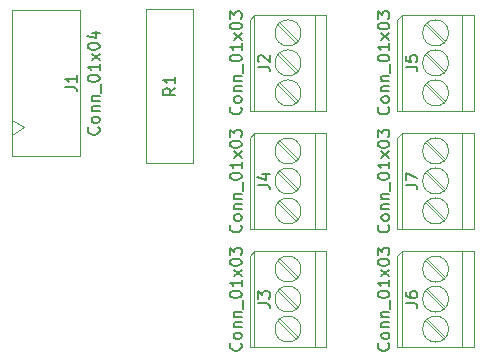
<source format=gbr>
%TF.GenerationSoftware,KiCad,Pcbnew,5.1.10-88a1d61d58~90~ubuntu20.04.1*%
%TF.CreationDate,2021-07-30T18:16:54+01:00*%
%TF.ProjectId,temp_breakout,74656d70-5f62-4726-9561-6b6f75742e6b,rev?*%
%TF.SameCoordinates,Original*%
%TF.FileFunction,Other,Fab,Top*%
%FSLAX46Y46*%
G04 Gerber Fmt 4.6, Leading zero omitted, Abs format (unit mm)*
G04 Created by KiCad (PCBNEW 5.1.10-88a1d61d58~90~ubuntu20.04.1) date 2021-07-30 18:16:54*
%MOMM*%
%LPD*%
G01*
G04 APERTURE LIST*
%ADD10C,0.100000*%
%ADD11C,0.150000*%
G04 APERTURE END LIST*
D10*
%TO.C,J5*%
X150835000Y-98281000D02*
X149300000Y-96746000D01*
X150700000Y-98415000D02*
X149165000Y-96880000D01*
X150835000Y-95741000D02*
X149300000Y-94206000D01*
X150700000Y-95875000D02*
X149165000Y-94340000D01*
X150835000Y-93201000D02*
X149300000Y-91665000D01*
X150700000Y-93335000D02*
X149165000Y-91799000D01*
X152250000Y-91000000D02*
X152250000Y-99080000D01*
X147150000Y-91000000D02*
X147150000Y-99080000D01*
X147150000Y-91000000D02*
X153250000Y-91000000D01*
X146750000Y-91400000D02*
X147150000Y-91000000D01*
X146750000Y-99080000D02*
X146750000Y-91400000D01*
X153250000Y-99080000D02*
X146750000Y-99080000D01*
X153250000Y-91000000D02*
X153250000Y-99080000D01*
X151100000Y-97580000D02*
G75*
G03*
X151100000Y-97580000I-1100000J0D01*
G01*
X151100000Y-95040000D02*
G75*
G03*
X151100000Y-95040000I-1100000J0D01*
G01*
X151100000Y-92500000D02*
G75*
G03*
X151100000Y-92500000I-1100000J0D01*
G01*
%TO.C,J7*%
X150835000Y-108281000D02*
X149300000Y-106746000D01*
X150700000Y-108415000D02*
X149165000Y-106880000D01*
X150835000Y-105741000D02*
X149300000Y-104206000D01*
X150700000Y-105875000D02*
X149165000Y-104340000D01*
X150835000Y-103201000D02*
X149300000Y-101665000D01*
X150700000Y-103335000D02*
X149165000Y-101799000D01*
X152250000Y-101000000D02*
X152250000Y-109080000D01*
X147150000Y-101000000D02*
X147150000Y-109080000D01*
X147150000Y-101000000D02*
X153250000Y-101000000D01*
X146750000Y-101400000D02*
X147150000Y-101000000D01*
X146750000Y-109080000D02*
X146750000Y-101400000D01*
X153250000Y-109080000D02*
X146750000Y-109080000D01*
X153250000Y-101000000D02*
X153250000Y-109080000D01*
X151100000Y-107580000D02*
G75*
G03*
X151100000Y-107580000I-1100000J0D01*
G01*
X151100000Y-105040000D02*
G75*
G03*
X151100000Y-105040000I-1100000J0D01*
G01*
X151100000Y-102500000D02*
G75*
G03*
X151100000Y-102500000I-1100000J0D01*
G01*
%TO.C,J6*%
X150835000Y-118281000D02*
X149300000Y-116746000D01*
X150700000Y-118415000D02*
X149165000Y-116880000D01*
X150835000Y-115741000D02*
X149300000Y-114206000D01*
X150700000Y-115875000D02*
X149165000Y-114340000D01*
X150835000Y-113201000D02*
X149300000Y-111665000D01*
X150700000Y-113335000D02*
X149165000Y-111799000D01*
X152250000Y-111000000D02*
X152250000Y-119080000D01*
X147150000Y-111000000D02*
X147150000Y-119080000D01*
X147150000Y-111000000D02*
X153250000Y-111000000D01*
X146750000Y-111400000D02*
X147150000Y-111000000D01*
X146750000Y-119080000D02*
X146750000Y-111400000D01*
X153250000Y-119080000D02*
X146750000Y-119080000D01*
X153250000Y-111000000D02*
X153250000Y-119080000D01*
X151100000Y-117580000D02*
G75*
G03*
X151100000Y-117580000I-1100000J0D01*
G01*
X151100000Y-115040000D02*
G75*
G03*
X151100000Y-115040000I-1100000J0D01*
G01*
X151100000Y-112500000D02*
G75*
G03*
X151100000Y-112500000I-1100000J0D01*
G01*
%TO.C,J3*%
X138335000Y-118281000D02*
X136800000Y-116746000D01*
X138200000Y-118415000D02*
X136665000Y-116880000D01*
X138335000Y-115741000D02*
X136800000Y-114206000D01*
X138200000Y-115875000D02*
X136665000Y-114340000D01*
X138335000Y-113201000D02*
X136800000Y-111665000D01*
X138200000Y-113335000D02*
X136665000Y-111799000D01*
X139750000Y-111000000D02*
X139750000Y-119080000D01*
X134650000Y-111000000D02*
X134650000Y-119080000D01*
X134650000Y-111000000D02*
X140750000Y-111000000D01*
X134250000Y-111400000D02*
X134650000Y-111000000D01*
X134250000Y-119080000D02*
X134250000Y-111400000D01*
X140750000Y-119080000D02*
X134250000Y-119080000D01*
X140750000Y-111000000D02*
X140750000Y-119080000D01*
X138600000Y-117580000D02*
G75*
G03*
X138600000Y-117580000I-1100000J0D01*
G01*
X138600000Y-115040000D02*
G75*
G03*
X138600000Y-115040000I-1100000J0D01*
G01*
X138600000Y-112500000D02*
G75*
G03*
X138600000Y-112500000I-1100000J0D01*
G01*
%TO.C,J4*%
X138335000Y-108281000D02*
X136800000Y-106746000D01*
X138200000Y-108415000D02*
X136665000Y-106880000D01*
X138335000Y-105741000D02*
X136800000Y-104206000D01*
X138200000Y-105875000D02*
X136665000Y-104340000D01*
X138335000Y-103201000D02*
X136800000Y-101665000D01*
X138200000Y-103335000D02*
X136665000Y-101799000D01*
X139750000Y-101000000D02*
X139750000Y-109080000D01*
X134650000Y-101000000D02*
X134650000Y-109080000D01*
X134650000Y-101000000D02*
X140750000Y-101000000D01*
X134250000Y-101400000D02*
X134650000Y-101000000D01*
X134250000Y-109080000D02*
X134250000Y-101400000D01*
X140750000Y-109080000D02*
X134250000Y-109080000D01*
X140750000Y-101000000D02*
X140750000Y-109080000D01*
X138600000Y-107580000D02*
G75*
G03*
X138600000Y-107580000I-1100000J0D01*
G01*
X138600000Y-105040000D02*
G75*
G03*
X138600000Y-105040000I-1100000J0D01*
G01*
X138600000Y-102500000D02*
G75*
G03*
X138600000Y-102500000I-1100000J0D01*
G01*
%TO.C,R1*%
X125500000Y-103500000D02*
X129500000Y-103500000D01*
X129500000Y-103500000D02*
X129500000Y-90500000D01*
X129500000Y-90500000D02*
X125500000Y-90500000D01*
X125500000Y-90500000D02*
X125500000Y-103500000D01*
%TO.C,J2*%
X138600000Y-92500000D02*
G75*
G03*
X138600000Y-92500000I-1100000J0D01*
G01*
X138600000Y-95040000D02*
G75*
G03*
X138600000Y-95040000I-1100000J0D01*
G01*
X138600000Y-97580000D02*
G75*
G03*
X138600000Y-97580000I-1100000J0D01*
G01*
X140750000Y-91000000D02*
X140750000Y-99080000D01*
X140750000Y-99080000D02*
X134250000Y-99080000D01*
X134250000Y-99080000D02*
X134250000Y-91400000D01*
X134250000Y-91400000D02*
X134650000Y-91000000D01*
X134650000Y-91000000D02*
X140750000Y-91000000D01*
X134650000Y-91000000D02*
X134650000Y-99080000D01*
X139750000Y-91000000D02*
X139750000Y-99080000D01*
X138200000Y-93335000D02*
X136665000Y-91799000D01*
X138335000Y-93201000D02*
X136800000Y-91665000D01*
X138200000Y-95875000D02*
X136665000Y-94340000D01*
X138335000Y-95741000D02*
X136800000Y-94206000D01*
X138200000Y-98415000D02*
X136665000Y-96880000D01*
X138335000Y-98281000D02*
X136800000Y-96746000D01*
%TO.C,J1*%
X114150000Y-102950000D02*
X119900000Y-102950000D01*
X119900000Y-102950000D02*
X119900000Y-90550000D01*
X119900000Y-90550000D02*
X114150000Y-90550000D01*
X114150000Y-90550000D02*
X114150000Y-102950000D01*
X114150000Y-101125000D02*
X115150000Y-100500000D01*
X115150000Y-100500000D02*
X114150000Y-99875000D01*
%TD*%
%TO.C,J5*%
D11*
X145987142Y-98778095D02*
X146034761Y-98825714D01*
X146082380Y-98968571D01*
X146082380Y-99063809D01*
X146034761Y-99206666D01*
X145939523Y-99301904D01*
X145844285Y-99349523D01*
X145653809Y-99397142D01*
X145510952Y-99397142D01*
X145320476Y-99349523D01*
X145225238Y-99301904D01*
X145130000Y-99206666D01*
X145082380Y-99063809D01*
X145082380Y-98968571D01*
X145130000Y-98825714D01*
X145177619Y-98778095D01*
X146082380Y-98206666D02*
X146034761Y-98301904D01*
X145987142Y-98349523D01*
X145891904Y-98397142D01*
X145606190Y-98397142D01*
X145510952Y-98349523D01*
X145463333Y-98301904D01*
X145415714Y-98206666D01*
X145415714Y-98063809D01*
X145463333Y-97968571D01*
X145510952Y-97920952D01*
X145606190Y-97873333D01*
X145891904Y-97873333D01*
X145987142Y-97920952D01*
X146034761Y-97968571D01*
X146082380Y-98063809D01*
X146082380Y-98206666D01*
X145415714Y-97444761D02*
X146082380Y-97444761D01*
X145510952Y-97444761D02*
X145463333Y-97397142D01*
X145415714Y-97301904D01*
X145415714Y-97159047D01*
X145463333Y-97063809D01*
X145558571Y-97016190D01*
X146082380Y-97016190D01*
X145415714Y-96540000D02*
X146082380Y-96540000D01*
X145510952Y-96540000D02*
X145463333Y-96492380D01*
X145415714Y-96397142D01*
X145415714Y-96254285D01*
X145463333Y-96159047D01*
X145558571Y-96111428D01*
X146082380Y-96111428D01*
X146177619Y-95873333D02*
X146177619Y-95111428D01*
X145082380Y-94682857D02*
X145082380Y-94587619D01*
X145130000Y-94492380D01*
X145177619Y-94444761D01*
X145272857Y-94397142D01*
X145463333Y-94349523D01*
X145701428Y-94349523D01*
X145891904Y-94397142D01*
X145987142Y-94444761D01*
X146034761Y-94492380D01*
X146082380Y-94587619D01*
X146082380Y-94682857D01*
X146034761Y-94778095D01*
X145987142Y-94825714D01*
X145891904Y-94873333D01*
X145701428Y-94920952D01*
X145463333Y-94920952D01*
X145272857Y-94873333D01*
X145177619Y-94825714D01*
X145130000Y-94778095D01*
X145082380Y-94682857D01*
X146082380Y-93397142D02*
X146082380Y-93968571D01*
X146082380Y-93682857D02*
X145082380Y-93682857D01*
X145225238Y-93778095D01*
X145320476Y-93873333D01*
X145368095Y-93968571D01*
X146082380Y-93063809D02*
X145415714Y-92540000D01*
X145415714Y-93063809D02*
X146082380Y-92540000D01*
X145082380Y-91968571D02*
X145082380Y-91873333D01*
X145130000Y-91778095D01*
X145177619Y-91730476D01*
X145272857Y-91682857D01*
X145463333Y-91635238D01*
X145701428Y-91635238D01*
X145891904Y-91682857D01*
X145987142Y-91730476D01*
X146034761Y-91778095D01*
X146082380Y-91873333D01*
X146082380Y-91968571D01*
X146034761Y-92063809D01*
X145987142Y-92111428D01*
X145891904Y-92159047D01*
X145701428Y-92206666D01*
X145463333Y-92206666D01*
X145272857Y-92159047D01*
X145177619Y-92111428D01*
X145130000Y-92063809D01*
X145082380Y-91968571D01*
X145082380Y-91301904D02*
X145082380Y-90682857D01*
X145463333Y-91016190D01*
X145463333Y-90873333D01*
X145510952Y-90778095D01*
X145558571Y-90730476D01*
X145653809Y-90682857D01*
X145891904Y-90682857D01*
X145987142Y-90730476D01*
X146034761Y-90778095D01*
X146082380Y-90873333D01*
X146082380Y-91159047D01*
X146034761Y-91254285D01*
X145987142Y-91301904D01*
X147452380Y-95373333D02*
X148166666Y-95373333D01*
X148309523Y-95420952D01*
X148404761Y-95516190D01*
X148452380Y-95659047D01*
X148452380Y-95754285D01*
X147452380Y-94420952D02*
X147452380Y-94897142D01*
X147928571Y-94944761D01*
X147880952Y-94897142D01*
X147833333Y-94801904D01*
X147833333Y-94563809D01*
X147880952Y-94468571D01*
X147928571Y-94420952D01*
X148023809Y-94373333D01*
X148261904Y-94373333D01*
X148357142Y-94420952D01*
X148404761Y-94468571D01*
X148452380Y-94563809D01*
X148452380Y-94801904D01*
X148404761Y-94897142D01*
X148357142Y-94944761D01*
%TO.C,J7*%
X145987142Y-108778095D02*
X146034761Y-108825714D01*
X146082380Y-108968571D01*
X146082380Y-109063809D01*
X146034761Y-109206666D01*
X145939523Y-109301904D01*
X145844285Y-109349523D01*
X145653809Y-109397142D01*
X145510952Y-109397142D01*
X145320476Y-109349523D01*
X145225238Y-109301904D01*
X145130000Y-109206666D01*
X145082380Y-109063809D01*
X145082380Y-108968571D01*
X145130000Y-108825714D01*
X145177619Y-108778095D01*
X146082380Y-108206666D02*
X146034761Y-108301904D01*
X145987142Y-108349523D01*
X145891904Y-108397142D01*
X145606190Y-108397142D01*
X145510952Y-108349523D01*
X145463333Y-108301904D01*
X145415714Y-108206666D01*
X145415714Y-108063809D01*
X145463333Y-107968571D01*
X145510952Y-107920952D01*
X145606190Y-107873333D01*
X145891904Y-107873333D01*
X145987142Y-107920952D01*
X146034761Y-107968571D01*
X146082380Y-108063809D01*
X146082380Y-108206666D01*
X145415714Y-107444761D02*
X146082380Y-107444761D01*
X145510952Y-107444761D02*
X145463333Y-107397142D01*
X145415714Y-107301904D01*
X145415714Y-107159047D01*
X145463333Y-107063809D01*
X145558571Y-107016190D01*
X146082380Y-107016190D01*
X145415714Y-106540000D02*
X146082380Y-106540000D01*
X145510952Y-106540000D02*
X145463333Y-106492380D01*
X145415714Y-106397142D01*
X145415714Y-106254285D01*
X145463333Y-106159047D01*
X145558571Y-106111428D01*
X146082380Y-106111428D01*
X146177619Y-105873333D02*
X146177619Y-105111428D01*
X145082380Y-104682857D02*
X145082380Y-104587619D01*
X145130000Y-104492380D01*
X145177619Y-104444761D01*
X145272857Y-104397142D01*
X145463333Y-104349523D01*
X145701428Y-104349523D01*
X145891904Y-104397142D01*
X145987142Y-104444761D01*
X146034761Y-104492380D01*
X146082380Y-104587619D01*
X146082380Y-104682857D01*
X146034761Y-104778095D01*
X145987142Y-104825714D01*
X145891904Y-104873333D01*
X145701428Y-104920952D01*
X145463333Y-104920952D01*
X145272857Y-104873333D01*
X145177619Y-104825714D01*
X145130000Y-104778095D01*
X145082380Y-104682857D01*
X146082380Y-103397142D02*
X146082380Y-103968571D01*
X146082380Y-103682857D02*
X145082380Y-103682857D01*
X145225238Y-103778095D01*
X145320476Y-103873333D01*
X145368095Y-103968571D01*
X146082380Y-103063809D02*
X145415714Y-102540000D01*
X145415714Y-103063809D02*
X146082380Y-102540000D01*
X145082380Y-101968571D02*
X145082380Y-101873333D01*
X145130000Y-101778095D01*
X145177619Y-101730476D01*
X145272857Y-101682857D01*
X145463333Y-101635238D01*
X145701428Y-101635238D01*
X145891904Y-101682857D01*
X145987142Y-101730476D01*
X146034761Y-101778095D01*
X146082380Y-101873333D01*
X146082380Y-101968571D01*
X146034761Y-102063809D01*
X145987142Y-102111428D01*
X145891904Y-102159047D01*
X145701428Y-102206666D01*
X145463333Y-102206666D01*
X145272857Y-102159047D01*
X145177619Y-102111428D01*
X145130000Y-102063809D01*
X145082380Y-101968571D01*
X145082380Y-101301904D02*
X145082380Y-100682857D01*
X145463333Y-101016190D01*
X145463333Y-100873333D01*
X145510952Y-100778095D01*
X145558571Y-100730476D01*
X145653809Y-100682857D01*
X145891904Y-100682857D01*
X145987142Y-100730476D01*
X146034761Y-100778095D01*
X146082380Y-100873333D01*
X146082380Y-101159047D01*
X146034761Y-101254285D01*
X145987142Y-101301904D01*
X147452380Y-105373333D02*
X148166666Y-105373333D01*
X148309523Y-105420952D01*
X148404761Y-105516190D01*
X148452380Y-105659047D01*
X148452380Y-105754285D01*
X147452380Y-104992380D02*
X147452380Y-104325714D01*
X148452380Y-104754285D01*
%TO.C,J6*%
X145987142Y-118778095D02*
X146034761Y-118825714D01*
X146082380Y-118968571D01*
X146082380Y-119063809D01*
X146034761Y-119206666D01*
X145939523Y-119301904D01*
X145844285Y-119349523D01*
X145653809Y-119397142D01*
X145510952Y-119397142D01*
X145320476Y-119349523D01*
X145225238Y-119301904D01*
X145130000Y-119206666D01*
X145082380Y-119063809D01*
X145082380Y-118968571D01*
X145130000Y-118825714D01*
X145177619Y-118778095D01*
X146082380Y-118206666D02*
X146034761Y-118301904D01*
X145987142Y-118349523D01*
X145891904Y-118397142D01*
X145606190Y-118397142D01*
X145510952Y-118349523D01*
X145463333Y-118301904D01*
X145415714Y-118206666D01*
X145415714Y-118063809D01*
X145463333Y-117968571D01*
X145510952Y-117920952D01*
X145606190Y-117873333D01*
X145891904Y-117873333D01*
X145987142Y-117920952D01*
X146034761Y-117968571D01*
X146082380Y-118063809D01*
X146082380Y-118206666D01*
X145415714Y-117444761D02*
X146082380Y-117444761D01*
X145510952Y-117444761D02*
X145463333Y-117397142D01*
X145415714Y-117301904D01*
X145415714Y-117159047D01*
X145463333Y-117063809D01*
X145558571Y-117016190D01*
X146082380Y-117016190D01*
X145415714Y-116540000D02*
X146082380Y-116540000D01*
X145510952Y-116540000D02*
X145463333Y-116492380D01*
X145415714Y-116397142D01*
X145415714Y-116254285D01*
X145463333Y-116159047D01*
X145558571Y-116111428D01*
X146082380Y-116111428D01*
X146177619Y-115873333D02*
X146177619Y-115111428D01*
X145082380Y-114682857D02*
X145082380Y-114587619D01*
X145130000Y-114492380D01*
X145177619Y-114444761D01*
X145272857Y-114397142D01*
X145463333Y-114349523D01*
X145701428Y-114349523D01*
X145891904Y-114397142D01*
X145987142Y-114444761D01*
X146034761Y-114492380D01*
X146082380Y-114587619D01*
X146082380Y-114682857D01*
X146034761Y-114778095D01*
X145987142Y-114825714D01*
X145891904Y-114873333D01*
X145701428Y-114920952D01*
X145463333Y-114920952D01*
X145272857Y-114873333D01*
X145177619Y-114825714D01*
X145130000Y-114778095D01*
X145082380Y-114682857D01*
X146082380Y-113397142D02*
X146082380Y-113968571D01*
X146082380Y-113682857D02*
X145082380Y-113682857D01*
X145225238Y-113778095D01*
X145320476Y-113873333D01*
X145368095Y-113968571D01*
X146082380Y-113063809D02*
X145415714Y-112540000D01*
X145415714Y-113063809D02*
X146082380Y-112540000D01*
X145082380Y-111968571D02*
X145082380Y-111873333D01*
X145130000Y-111778095D01*
X145177619Y-111730476D01*
X145272857Y-111682857D01*
X145463333Y-111635238D01*
X145701428Y-111635238D01*
X145891904Y-111682857D01*
X145987142Y-111730476D01*
X146034761Y-111778095D01*
X146082380Y-111873333D01*
X146082380Y-111968571D01*
X146034761Y-112063809D01*
X145987142Y-112111428D01*
X145891904Y-112159047D01*
X145701428Y-112206666D01*
X145463333Y-112206666D01*
X145272857Y-112159047D01*
X145177619Y-112111428D01*
X145130000Y-112063809D01*
X145082380Y-111968571D01*
X145082380Y-111301904D02*
X145082380Y-110682857D01*
X145463333Y-111016190D01*
X145463333Y-110873333D01*
X145510952Y-110778095D01*
X145558571Y-110730476D01*
X145653809Y-110682857D01*
X145891904Y-110682857D01*
X145987142Y-110730476D01*
X146034761Y-110778095D01*
X146082380Y-110873333D01*
X146082380Y-111159047D01*
X146034761Y-111254285D01*
X145987142Y-111301904D01*
X147452380Y-115373333D02*
X148166666Y-115373333D01*
X148309523Y-115420952D01*
X148404761Y-115516190D01*
X148452380Y-115659047D01*
X148452380Y-115754285D01*
X147452380Y-114468571D02*
X147452380Y-114659047D01*
X147500000Y-114754285D01*
X147547619Y-114801904D01*
X147690476Y-114897142D01*
X147880952Y-114944761D01*
X148261904Y-114944761D01*
X148357142Y-114897142D01*
X148404761Y-114849523D01*
X148452380Y-114754285D01*
X148452380Y-114563809D01*
X148404761Y-114468571D01*
X148357142Y-114420952D01*
X148261904Y-114373333D01*
X148023809Y-114373333D01*
X147928571Y-114420952D01*
X147880952Y-114468571D01*
X147833333Y-114563809D01*
X147833333Y-114754285D01*
X147880952Y-114849523D01*
X147928571Y-114897142D01*
X148023809Y-114944761D01*
%TO.C,J3*%
X133487142Y-118778095D02*
X133534761Y-118825714D01*
X133582380Y-118968571D01*
X133582380Y-119063809D01*
X133534761Y-119206666D01*
X133439523Y-119301904D01*
X133344285Y-119349523D01*
X133153809Y-119397142D01*
X133010952Y-119397142D01*
X132820476Y-119349523D01*
X132725238Y-119301904D01*
X132630000Y-119206666D01*
X132582380Y-119063809D01*
X132582380Y-118968571D01*
X132630000Y-118825714D01*
X132677619Y-118778095D01*
X133582380Y-118206666D02*
X133534761Y-118301904D01*
X133487142Y-118349523D01*
X133391904Y-118397142D01*
X133106190Y-118397142D01*
X133010952Y-118349523D01*
X132963333Y-118301904D01*
X132915714Y-118206666D01*
X132915714Y-118063809D01*
X132963333Y-117968571D01*
X133010952Y-117920952D01*
X133106190Y-117873333D01*
X133391904Y-117873333D01*
X133487142Y-117920952D01*
X133534761Y-117968571D01*
X133582380Y-118063809D01*
X133582380Y-118206666D01*
X132915714Y-117444761D02*
X133582380Y-117444761D01*
X133010952Y-117444761D02*
X132963333Y-117397142D01*
X132915714Y-117301904D01*
X132915714Y-117159047D01*
X132963333Y-117063809D01*
X133058571Y-117016190D01*
X133582380Y-117016190D01*
X132915714Y-116540000D02*
X133582380Y-116540000D01*
X133010952Y-116540000D02*
X132963333Y-116492380D01*
X132915714Y-116397142D01*
X132915714Y-116254285D01*
X132963333Y-116159047D01*
X133058571Y-116111428D01*
X133582380Y-116111428D01*
X133677619Y-115873333D02*
X133677619Y-115111428D01*
X132582380Y-114682857D02*
X132582380Y-114587619D01*
X132630000Y-114492380D01*
X132677619Y-114444761D01*
X132772857Y-114397142D01*
X132963333Y-114349523D01*
X133201428Y-114349523D01*
X133391904Y-114397142D01*
X133487142Y-114444761D01*
X133534761Y-114492380D01*
X133582380Y-114587619D01*
X133582380Y-114682857D01*
X133534761Y-114778095D01*
X133487142Y-114825714D01*
X133391904Y-114873333D01*
X133201428Y-114920952D01*
X132963333Y-114920952D01*
X132772857Y-114873333D01*
X132677619Y-114825714D01*
X132630000Y-114778095D01*
X132582380Y-114682857D01*
X133582380Y-113397142D02*
X133582380Y-113968571D01*
X133582380Y-113682857D02*
X132582380Y-113682857D01*
X132725238Y-113778095D01*
X132820476Y-113873333D01*
X132868095Y-113968571D01*
X133582380Y-113063809D02*
X132915714Y-112540000D01*
X132915714Y-113063809D02*
X133582380Y-112540000D01*
X132582380Y-111968571D02*
X132582380Y-111873333D01*
X132630000Y-111778095D01*
X132677619Y-111730476D01*
X132772857Y-111682857D01*
X132963333Y-111635238D01*
X133201428Y-111635238D01*
X133391904Y-111682857D01*
X133487142Y-111730476D01*
X133534761Y-111778095D01*
X133582380Y-111873333D01*
X133582380Y-111968571D01*
X133534761Y-112063809D01*
X133487142Y-112111428D01*
X133391904Y-112159047D01*
X133201428Y-112206666D01*
X132963333Y-112206666D01*
X132772857Y-112159047D01*
X132677619Y-112111428D01*
X132630000Y-112063809D01*
X132582380Y-111968571D01*
X132582380Y-111301904D02*
X132582380Y-110682857D01*
X132963333Y-111016190D01*
X132963333Y-110873333D01*
X133010952Y-110778095D01*
X133058571Y-110730476D01*
X133153809Y-110682857D01*
X133391904Y-110682857D01*
X133487142Y-110730476D01*
X133534761Y-110778095D01*
X133582380Y-110873333D01*
X133582380Y-111159047D01*
X133534761Y-111254285D01*
X133487142Y-111301904D01*
X134952380Y-115373333D02*
X135666666Y-115373333D01*
X135809523Y-115420952D01*
X135904761Y-115516190D01*
X135952380Y-115659047D01*
X135952380Y-115754285D01*
X134952380Y-114992380D02*
X134952380Y-114373333D01*
X135333333Y-114706666D01*
X135333333Y-114563809D01*
X135380952Y-114468571D01*
X135428571Y-114420952D01*
X135523809Y-114373333D01*
X135761904Y-114373333D01*
X135857142Y-114420952D01*
X135904761Y-114468571D01*
X135952380Y-114563809D01*
X135952380Y-114849523D01*
X135904761Y-114944761D01*
X135857142Y-114992380D01*
%TO.C,J4*%
X133487142Y-108778095D02*
X133534761Y-108825714D01*
X133582380Y-108968571D01*
X133582380Y-109063809D01*
X133534761Y-109206666D01*
X133439523Y-109301904D01*
X133344285Y-109349523D01*
X133153809Y-109397142D01*
X133010952Y-109397142D01*
X132820476Y-109349523D01*
X132725238Y-109301904D01*
X132630000Y-109206666D01*
X132582380Y-109063809D01*
X132582380Y-108968571D01*
X132630000Y-108825714D01*
X132677619Y-108778095D01*
X133582380Y-108206666D02*
X133534761Y-108301904D01*
X133487142Y-108349523D01*
X133391904Y-108397142D01*
X133106190Y-108397142D01*
X133010952Y-108349523D01*
X132963333Y-108301904D01*
X132915714Y-108206666D01*
X132915714Y-108063809D01*
X132963333Y-107968571D01*
X133010952Y-107920952D01*
X133106190Y-107873333D01*
X133391904Y-107873333D01*
X133487142Y-107920952D01*
X133534761Y-107968571D01*
X133582380Y-108063809D01*
X133582380Y-108206666D01*
X132915714Y-107444761D02*
X133582380Y-107444761D01*
X133010952Y-107444761D02*
X132963333Y-107397142D01*
X132915714Y-107301904D01*
X132915714Y-107159047D01*
X132963333Y-107063809D01*
X133058571Y-107016190D01*
X133582380Y-107016190D01*
X132915714Y-106540000D02*
X133582380Y-106540000D01*
X133010952Y-106540000D02*
X132963333Y-106492380D01*
X132915714Y-106397142D01*
X132915714Y-106254285D01*
X132963333Y-106159047D01*
X133058571Y-106111428D01*
X133582380Y-106111428D01*
X133677619Y-105873333D02*
X133677619Y-105111428D01*
X132582380Y-104682857D02*
X132582380Y-104587619D01*
X132630000Y-104492380D01*
X132677619Y-104444761D01*
X132772857Y-104397142D01*
X132963333Y-104349523D01*
X133201428Y-104349523D01*
X133391904Y-104397142D01*
X133487142Y-104444761D01*
X133534761Y-104492380D01*
X133582380Y-104587619D01*
X133582380Y-104682857D01*
X133534761Y-104778095D01*
X133487142Y-104825714D01*
X133391904Y-104873333D01*
X133201428Y-104920952D01*
X132963333Y-104920952D01*
X132772857Y-104873333D01*
X132677619Y-104825714D01*
X132630000Y-104778095D01*
X132582380Y-104682857D01*
X133582380Y-103397142D02*
X133582380Y-103968571D01*
X133582380Y-103682857D02*
X132582380Y-103682857D01*
X132725238Y-103778095D01*
X132820476Y-103873333D01*
X132868095Y-103968571D01*
X133582380Y-103063809D02*
X132915714Y-102540000D01*
X132915714Y-103063809D02*
X133582380Y-102540000D01*
X132582380Y-101968571D02*
X132582380Y-101873333D01*
X132630000Y-101778095D01*
X132677619Y-101730476D01*
X132772857Y-101682857D01*
X132963333Y-101635238D01*
X133201428Y-101635238D01*
X133391904Y-101682857D01*
X133487142Y-101730476D01*
X133534761Y-101778095D01*
X133582380Y-101873333D01*
X133582380Y-101968571D01*
X133534761Y-102063809D01*
X133487142Y-102111428D01*
X133391904Y-102159047D01*
X133201428Y-102206666D01*
X132963333Y-102206666D01*
X132772857Y-102159047D01*
X132677619Y-102111428D01*
X132630000Y-102063809D01*
X132582380Y-101968571D01*
X132582380Y-101301904D02*
X132582380Y-100682857D01*
X132963333Y-101016190D01*
X132963333Y-100873333D01*
X133010952Y-100778095D01*
X133058571Y-100730476D01*
X133153809Y-100682857D01*
X133391904Y-100682857D01*
X133487142Y-100730476D01*
X133534761Y-100778095D01*
X133582380Y-100873333D01*
X133582380Y-101159047D01*
X133534761Y-101254285D01*
X133487142Y-101301904D01*
X134952380Y-105373333D02*
X135666666Y-105373333D01*
X135809523Y-105420952D01*
X135904761Y-105516190D01*
X135952380Y-105659047D01*
X135952380Y-105754285D01*
X135285714Y-104468571D02*
X135952380Y-104468571D01*
X134904761Y-104706666D02*
X135619047Y-104944761D01*
X135619047Y-104325714D01*
%TO.C,R1*%
X127952380Y-97166666D02*
X127476190Y-97500000D01*
X127952380Y-97738095D02*
X126952380Y-97738095D01*
X126952380Y-97357142D01*
X127000000Y-97261904D01*
X127047619Y-97214285D01*
X127142857Y-97166666D01*
X127285714Y-97166666D01*
X127380952Y-97214285D01*
X127428571Y-97261904D01*
X127476190Y-97357142D01*
X127476190Y-97738095D01*
X127952380Y-96214285D02*
X127952380Y-96785714D01*
X127952380Y-96500000D02*
X126952380Y-96500000D01*
X127095238Y-96595238D01*
X127190476Y-96690476D01*
X127238095Y-96785714D01*
%TO.C,J2*%
X133487142Y-98778095D02*
X133534761Y-98825714D01*
X133582380Y-98968571D01*
X133582380Y-99063809D01*
X133534761Y-99206666D01*
X133439523Y-99301904D01*
X133344285Y-99349523D01*
X133153809Y-99397142D01*
X133010952Y-99397142D01*
X132820476Y-99349523D01*
X132725238Y-99301904D01*
X132630000Y-99206666D01*
X132582380Y-99063809D01*
X132582380Y-98968571D01*
X132630000Y-98825714D01*
X132677619Y-98778095D01*
X133582380Y-98206666D02*
X133534761Y-98301904D01*
X133487142Y-98349523D01*
X133391904Y-98397142D01*
X133106190Y-98397142D01*
X133010952Y-98349523D01*
X132963333Y-98301904D01*
X132915714Y-98206666D01*
X132915714Y-98063809D01*
X132963333Y-97968571D01*
X133010952Y-97920952D01*
X133106190Y-97873333D01*
X133391904Y-97873333D01*
X133487142Y-97920952D01*
X133534761Y-97968571D01*
X133582380Y-98063809D01*
X133582380Y-98206666D01*
X132915714Y-97444761D02*
X133582380Y-97444761D01*
X133010952Y-97444761D02*
X132963333Y-97397142D01*
X132915714Y-97301904D01*
X132915714Y-97159047D01*
X132963333Y-97063809D01*
X133058571Y-97016190D01*
X133582380Y-97016190D01*
X132915714Y-96540000D02*
X133582380Y-96540000D01*
X133010952Y-96540000D02*
X132963333Y-96492380D01*
X132915714Y-96397142D01*
X132915714Y-96254285D01*
X132963333Y-96159047D01*
X133058571Y-96111428D01*
X133582380Y-96111428D01*
X133677619Y-95873333D02*
X133677619Y-95111428D01*
X132582380Y-94682857D02*
X132582380Y-94587619D01*
X132630000Y-94492380D01*
X132677619Y-94444761D01*
X132772857Y-94397142D01*
X132963333Y-94349523D01*
X133201428Y-94349523D01*
X133391904Y-94397142D01*
X133487142Y-94444761D01*
X133534761Y-94492380D01*
X133582380Y-94587619D01*
X133582380Y-94682857D01*
X133534761Y-94778095D01*
X133487142Y-94825714D01*
X133391904Y-94873333D01*
X133201428Y-94920952D01*
X132963333Y-94920952D01*
X132772857Y-94873333D01*
X132677619Y-94825714D01*
X132630000Y-94778095D01*
X132582380Y-94682857D01*
X133582380Y-93397142D02*
X133582380Y-93968571D01*
X133582380Y-93682857D02*
X132582380Y-93682857D01*
X132725238Y-93778095D01*
X132820476Y-93873333D01*
X132868095Y-93968571D01*
X133582380Y-93063809D02*
X132915714Y-92540000D01*
X132915714Y-93063809D02*
X133582380Y-92540000D01*
X132582380Y-91968571D02*
X132582380Y-91873333D01*
X132630000Y-91778095D01*
X132677619Y-91730476D01*
X132772857Y-91682857D01*
X132963333Y-91635238D01*
X133201428Y-91635238D01*
X133391904Y-91682857D01*
X133487142Y-91730476D01*
X133534761Y-91778095D01*
X133582380Y-91873333D01*
X133582380Y-91968571D01*
X133534761Y-92063809D01*
X133487142Y-92111428D01*
X133391904Y-92159047D01*
X133201428Y-92206666D01*
X132963333Y-92206666D01*
X132772857Y-92159047D01*
X132677619Y-92111428D01*
X132630000Y-92063809D01*
X132582380Y-91968571D01*
X132582380Y-91301904D02*
X132582380Y-90682857D01*
X132963333Y-91016190D01*
X132963333Y-90873333D01*
X133010952Y-90778095D01*
X133058571Y-90730476D01*
X133153809Y-90682857D01*
X133391904Y-90682857D01*
X133487142Y-90730476D01*
X133534761Y-90778095D01*
X133582380Y-90873333D01*
X133582380Y-91159047D01*
X133534761Y-91254285D01*
X133487142Y-91301904D01*
X134952380Y-95373333D02*
X135666666Y-95373333D01*
X135809523Y-95420952D01*
X135904761Y-95516190D01*
X135952380Y-95659047D01*
X135952380Y-95754285D01*
X135047619Y-94944761D02*
X135000000Y-94897142D01*
X134952380Y-94801904D01*
X134952380Y-94563809D01*
X135000000Y-94468571D01*
X135047619Y-94420952D01*
X135142857Y-94373333D01*
X135238095Y-94373333D01*
X135380952Y-94420952D01*
X135952380Y-94992380D01*
X135952380Y-94373333D01*
%TO.C,J1*%
X121457142Y-100488095D02*
X121504761Y-100535714D01*
X121552380Y-100678571D01*
X121552380Y-100773809D01*
X121504761Y-100916666D01*
X121409523Y-101011904D01*
X121314285Y-101059523D01*
X121123809Y-101107142D01*
X120980952Y-101107142D01*
X120790476Y-101059523D01*
X120695238Y-101011904D01*
X120600000Y-100916666D01*
X120552380Y-100773809D01*
X120552380Y-100678571D01*
X120600000Y-100535714D01*
X120647619Y-100488095D01*
X121552380Y-99916666D02*
X121504761Y-100011904D01*
X121457142Y-100059523D01*
X121361904Y-100107142D01*
X121076190Y-100107142D01*
X120980952Y-100059523D01*
X120933333Y-100011904D01*
X120885714Y-99916666D01*
X120885714Y-99773809D01*
X120933333Y-99678571D01*
X120980952Y-99630952D01*
X121076190Y-99583333D01*
X121361904Y-99583333D01*
X121457142Y-99630952D01*
X121504761Y-99678571D01*
X121552380Y-99773809D01*
X121552380Y-99916666D01*
X120885714Y-99154761D02*
X121552380Y-99154761D01*
X120980952Y-99154761D02*
X120933333Y-99107142D01*
X120885714Y-99011904D01*
X120885714Y-98869047D01*
X120933333Y-98773809D01*
X121028571Y-98726190D01*
X121552380Y-98726190D01*
X120885714Y-98250000D02*
X121552380Y-98250000D01*
X120980952Y-98250000D02*
X120933333Y-98202380D01*
X120885714Y-98107142D01*
X120885714Y-97964285D01*
X120933333Y-97869047D01*
X121028571Y-97821428D01*
X121552380Y-97821428D01*
X121647619Y-97583333D02*
X121647619Y-96821428D01*
X120552380Y-96392857D02*
X120552380Y-96297619D01*
X120600000Y-96202380D01*
X120647619Y-96154761D01*
X120742857Y-96107142D01*
X120933333Y-96059523D01*
X121171428Y-96059523D01*
X121361904Y-96107142D01*
X121457142Y-96154761D01*
X121504761Y-96202380D01*
X121552380Y-96297619D01*
X121552380Y-96392857D01*
X121504761Y-96488095D01*
X121457142Y-96535714D01*
X121361904Y-96583333D01*
X121171428Y-96630952D01*
X120933333Y-96630952D01*
X120742857Y-96583333D01*
X120647619Y-96535714D01*
X120600000Y-96488095D01*
X120552380Y-96392857D01*
X121552380Y-95107142D02*
X121552380Y-95678571D01*
X121552380Y-95392857D02*
X120552380Y-95392857D01*
X120695238Y-95488095D01*
X120790476Y-95583333D01*
X120838095Y-95678571D01*
X121552380Y-94773809D02*
X120885714Y-94250000D01*
X120885714Y-94773809D02*
X121552380Y-94250000D01*
X120552380Y-93678571D02*
X120552380Y-93583333D01*
X120600000Y-93488095D01*
X120647619Y-93440476D01*
X120742857Y-93392857D01*
X120933333Y-93345238D01*
X121171428Y-93345238D01*
X121361904Y-93392857D01*
X121457142Y-93440476D01*
X121504761Y-93488095D01*
X121552380Y-93583333D01*
X121552380Y-93678571D01*
X121504761Y-93773809D01*
X121457142Y-93821428D01*
X121361904Y-93869047D01*
X121171428Y-93916666D01*
X120933333Y-93916666D01*
X120742857Y-93869047D01*
X120647619Y-93821428D01*
X120600000Y-93773809D01*
X120552380Y-93678571D01*
X120885714Y-92488095D02*
X121552380Y-92488095D01*
X120504761Y-92726190D02*
X121219047Y-92964285D01*
X121219047Y-92345238D01*
X118652380Y-97083333D02*
X119366666Y-97083333D01*
X119509523Y-97130952D01*
X119604761Y-97226190D01*
X119652380Y-97369047D01*
X119652380Y-97464285D01*
X119652380Y-96083333D02*
X119652380Y-96654761D01*
X119652380Y-96369047D02*
X118652380Y-96369047D01*
X118795238Y-96464285D01*
X118890476Y-96559523D01*
X118938095Y-96654761D01*
%TD*%
M02*

</source>
